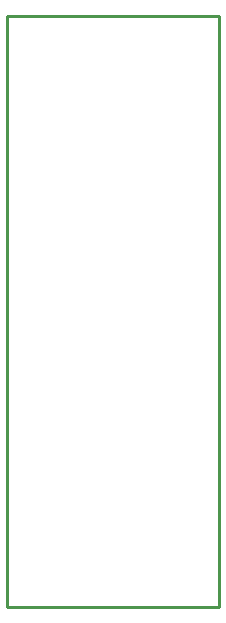
<source format=gko>
G04 start of page 4 for group 2 idx 2 *
G04 Title: (unknown), outline *
G04 Creator: pcb 20140316 *
G04 CreationDate: Sat 21 Jan 2017 09:52:20 PM GMT UTC *
G04 For: david *
G04 Format: Gerber/RS-274X *
G04 PCB-Dimensions (mil): 708.66 1968.50 *
G04 PCB-Coordinate-Origin: lower left *
%MOIN*%
%FSLAX25Y25*%
%LNGM1*%
%ADD30C,0.0100*%
G54D30*X0Y196850D02*Y0D01*
Y196850D02*X70866D01*
X0Y0D02*X70866D01*
Y196850D02*Y0D01*
M02*

</source>
